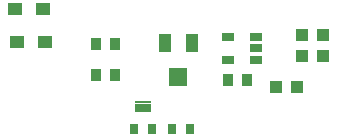
<source format=gtp>
G04*
G04 #@! TF.GenerationSoftware,Altium Limited,Altium Designer,19.1.5 (86)*
G04*
G04 Layer_Color=8421504*
%FSLAX25Y25*%
%MOIN*%
G70*
G01*
G75*
%ADD15R,0.05512X0.02362*%
%ADD16R,0.04331X0.04331*%
%ADD17R,0.05512X0.00787*%
%ADD18R,0.03543X0.03937*%
%ADD19R,0.03937X0.02756*%
%ADD20R,0.04921X0.04331*%
%ADD21R,0.02756X0.03543*%
%ADD22R,0.04291X0.06299*%
%ADD23R,0.06299X0.06299*%
D15*
X148130Y170476D02*
D03*
D16*
X192288Y177000D02*
D03*
X199375D02*
D03*
X200957Y194500D02*
D03*
X208043D02*
D03*
Y187500D02*
D03*
X200957D02*
D03*
D17*
X148131Y169000D02*
D03*
X148130Y172051D02*
D03*
D18*
X176350Y179500D02*
D03*
X182650D02*
D03*
X138650Y191500D02*
D03*
X132350D02*
D03*
X138650Y181000D02*
D03*
X132350D02*
D03*
D19*
X185724Y186260D02*
D03*
Y190000D02*
D03*
Y193740D02*
D03*
X176276Y186260D02*
D03*
Y193740D02*
D03*
D20*
X115252Y192000D02*
D03*
X106000D02*
D03*
X114752Y203000D02*
D03*
X105500D02*
D03*
D21*
X151083Y163000D02*
D03*
X145178D02*
D03*
X163583Y163000D02*
D03*
X157678D02*
D03*
D22*
X155295Y191917D02*
D03*
X164390D02*
D03*
D23*
X159843Y180500D02*
D03*
M02*

</source>
